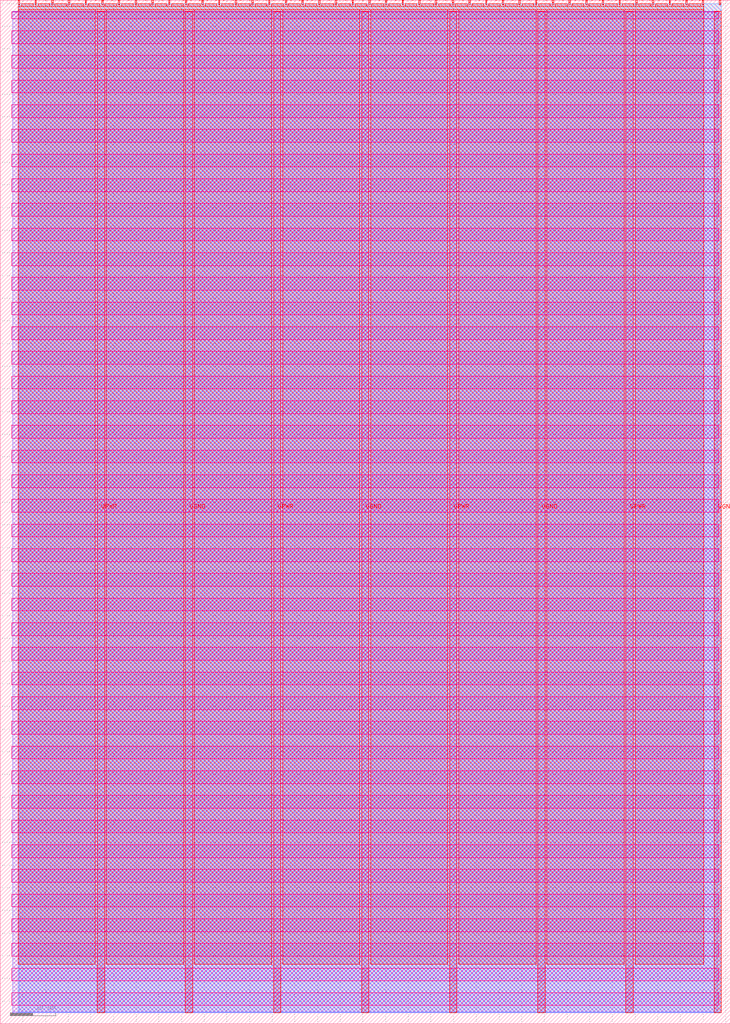
<source format=lef>
VERSION 5.7 ;
  NOWIREEXTENSIONATPIN ON ;
  DIVIDERCHAR "/" ;
  BUSBITCHARS "[]" ;
MACRO tt_um_thatoddmailbox
  CLASS BLOCK ;
  FOREIGN tt_um_thatoddmailbox ;
  ORIGIN 0.000 0.000 ;
  SIZE 161.000 BY 225.760 ;
  PIN VGND
    DIRECTION INOUT ;
    USE GROUND ;
    PORT
      LAYER met4 ;
        RECT 40.830 2.480 42.430 223.280 ;
    END
    PORT
      LAYER met4 ;
        RECT 79.700 2.480 81.300 223.280 ;
    END
    PORT
      LAYER met4 ;
        RECT 118.570 2.480 120.170 223.280 ;
    END
    PORT
      LAYER met4 ;
        RECT 157.440 2.480 159.040 223.280 ;
    END
  END VGND
  PIN VPWR
    DIRECTION INOUT ;
    USE POWER ;
    PORT
      LAYER met4 ;
        RECT 21.395 2.480 22.995 223.280 ;
    END
    PORT
      LAYER met4 ;
        RECT 60.265 2.480 61.865 223.280 ;
    END
    PORT
      LAYER met4 ;
        RECT 99.135 2.480 100.735 223.280 ;
    END
    PORT
      LAYER met4 ;
        RECT 138.005 2.480 139.605 223.280 ;
    END
  END VPWR
  PIN clk
    DIRECTION INPUT ;
    USE SIGNAL ;
    ANTENNAGATEAREA 0.852000 ;
    PORT
      LAYER met4 ;
        RECT 154.870 224.760 155.170 225.760 ;
    END
  END clk
  PIN ena
    DIRECTION INPUT ;
    USE SIGNAL ;
    PORT
      LAYER met4 ;
        RECT 158.550 224.760 158.850 225.760 ;
    END
  END ena
  PIN rst_n
    DIRECTION INPUT ;
    USE SIGNAL ;
    ANTENNAGATEAREA 0.159000 ;
    PORT
      LAYER met4 ;
        RECT 151.190 224.760 151.490 225.760 ;
    END
  END rst_n
  PIN ui_in[0]
    DIRECTION INPUT ;
    USE SIGNAL ;
    PORT
      LAYER met4 ;
        RECT 147.510 224.760 147.810 225.760 ;
    END
  END ui_in[0]
  PIN ui_in[1]
    DIRECTION INPUT ;
    USE SIGNAL ;
    PORT
      LAYER met4 ;
        RECT 143.830 224.760 144.130 225.760 ;
    END
  END ui_in[1]
  PIN ui_in[2]
    DIRECTION INPUT ;
    USE SIGNAL ;
    PORT
      LAYER met4 ;
        RECT 140.150 224.760 140.450 225.760 ;
    END
  END ui_in[2]
  PIN ui_in[3]
    DIRECTION INPUT ;
    USE SIGNAL ;
    PORT
      LAYER met4 ;
        RECT 136.470 224.760 136.770 225.760 ;
    END
  END ui_in[3]
  PIN ui_in[4]
    DIRECTION INPUT ;
    USE SIGNAL ;
    PORT
      LAYER met4 ;
        RECT 132.790 224.760 133.090 225.760 ;
    END
  END ui_in[4]
  PIN ui_in[5]
    DIRECTION INPUT ;
    USE SIGNAL ;
    PORT
      LAYER met4 ;
        RECT 129.110 224.760 129.410 225.760 ;
    END
  END ui_in[5]
  PIN ui_in[6]
    DIRECTION INPUT ;
    USE SIGNAL ;
    ANTENNAGATEAREA 0.213000 ;
    PORT
      LAYER met4 ;
        RECT 125.430 224.760 125.730 225.760 ;
    END
  END ui_in[6]
  PIN ui_in[7]
    DIRECTION INPUT ;
    USE SIGNAL ;
    ANTENNAGATEAREA 0.196500 ;
    PORT
      LAYER met4 ;
        RECT 121.750 224.760 122.050 225.760 ;
    END
  END ui_in[7]
  PIN uio_in[0]
    DIRECTION INPUT ;
    USE SIGNAL ;
    PORT
      LAYER met4 ;
        RECT 118.070 224.760 118.370 225.760 ;
    END
  END uio_in[0]
  PIN uio_in[1]
    DIRECTION INPUT ;
    USE SIGNAL ;
    PORT
      LAYER met4 ;
        RECT 114.390 224.760 114.690 225.760 ;
    END
  END uio_in[1]
  PIN uio_in[2]
    DIRECTION INPUT ;
    USE SIGNAL ;
    PORT
      LAYER met4 ;
        RECT 110.710 224.760 111.010 225.760 ;
    END
  END uio_in[2]
  PIN uio_in[3]
    DIRECTION INPUT ;
    USE SIGNAL ;
    PORT
      LAYER met4 ;
        RECT 107.030 224.760 107.330 225.760 ;
    END
  END uio_in[3]
  PIN uio_in[4]
    DIRECTION INPUT ;
    USE SIGNAL ;
    PORT
      LAYER met4 ;
        RECT 103.350 224.760 103.650 225.760 ;
    END
  END uio_in[4]
  PIN uio_in[5]
    DIRECTION INPUT ;
    USE SIGNAL ;
    PORT
      LAYER met4 ;
        RECT 99.670 224.760 99.970 225.760 ;
    END
  END uio_in[5]
  PIN uio_in[6]
    DIRECTION INPUT ;
    USE SIGNAL ;
    PORT
      LAYER met4 ;
        RECT 95.990 224.760 96.290 225.760 ;
    END
  END uio_in[6]
  PIN uio_in[7]
    DIRECTION INPUT ;
    USE SIGNAL ;
    PORT
      LAYER met4 ;
        RECT 92.310 224.760 92.610 225.760 ;
    END
  END uio_in[7]
  PIN uio_oe[0]
    DIRECTION OUTPUT TRISTATE ;
    USE SIGNAL ;
    PORT
      LAYER met4 ;
        RECT 29.750 224.760 30.050 225.760 ;
    END
  END uio_oe[0]
  PIN uio_oe[1]
    DIRECTION OUTPUT TRISTATE ;
    USE SIGNAL ;
    PORT
      LAYER met4 ;
        RECT 26.070 224.760 26.370 225.760 ;
    END
  END uio_oe[1]
  PIN uio_oe[2]
    DIRECTION OUTPUT TRISTATE ;
    USE SIGNAL ;
    PORT
      LAYER met4 ;
        RECT 22.390 224.760 22.690 225.760 ;
    END
  END uio_oe[2]
  PIN uio_oe[3]
    DIRECTION OUTPUT TRISTATE ;
    USE SIGNAL ;
    PORT
      LAYER met4 ;
        RECT 18.710 224.760 19.010 225.760 ;
    END
  END uio_oe[3]
  PIN uio_oe[4]
    DIRECTION OUTPUT TRISTATE ;
    USE SIGNAL ;
    PORT
      LAYER met4 ;
        RECT 15.030 224.760 15.330 225.760 ;
    END
  END uio_oe[4]
  PIN uio_oe[5]
    DIRECTION OUTPUT TRISTATE ;
    USE SIGNAL ;
    PORT
      LAYER met4 ;
        RECT 11.350 224.760 11.650 225.760 ;
    END
  END uio_oe[5]
  PIN uio_oe[6]
    DIRECTION OUTPUT TRISTATE ;
    USE SIGNAL ;
    PORT
      LAYER met4 ;
        RECT 7.670 224.760 7.970 225.760 ;
    END
  END uio_oe[6]
  PIN uio_oe[7]
    DIRECTION OUTPUT TRISTATE ;
    USE SIGNAL ;
    PORT
      LAYER met4 ;
        RECT 3.990 224.760 4.290 225.760 ;
    END
  END uio_oe[7]
  PIN uio_out[0]
    DIRECTION OUTPUT TRISTATE ;
    USE SIGNAL ;
    PORT
      LAYER met4 ;
        RECT 59.190 224.760 59.490 225.760 ;
    END
  END uio_out[0]
  PIN uio_out[1]
    DIRECTION OUTPUT TRISTATE ;
    USE SIGNAL ;
    PORT
      LAYER met4 ;
        RECT 55.510 224.760 55.810 225.760 ;
    END
  END uio_out[1]
  PIN uio_out[2]
    DIRECTION OUTPUT TRISTATE ;
    USE SIGNAL ;
    PORT
      LAYER met4 ;
        RECT 51.830 224.760 52.130 225.760 ;
    END
  END uio_out[2]
  PIN uio_out[3]
    DIRECTION OUTPUT TRISTATE ;
    USE SIGNAL ;
    PORT
      LAYER met4 ;
        RECT 48.150 224.760 48.450 225.760 ;
    END
  END uio_out[3]
  PIN uio_out[4]
    DIRECTION OUTPUT TRISTATE ;
    USE SIGNAL ;
    PORT
      LAYER met4 ;
        RECT 44.470 224.760 44.770 225.760 ;
    END
  END uio_out[4]
  PIN uio_out[5]
    DIRECTION OUTPUT TRISTATE ;
    USE SIGNAL ;
    PORT
      LAYER met4 ;
        RECT 40.790 224.760 41.090 225.760 ;
    END
  END uio_out[5]
  PIN uio_out[6]
    DIRECTION OUTPUT TRISTATE ;
    USE SIGNAL ;
    PORT
      LAYER met4 ;
        RECT 37.110 224.760 37.410 225.760 ;
    END
  END uio_out[6]
  PIN uio_out[7]
    DIRECTION OUTPUT TRISTATE ;
    USE SIGNAL ;
    PORT
      LAYER met4 ;
        RECT 33.430 224.760 33.730 225.760 ;
    END
  END uio_out[7]
  PIN uo_out[0]
    DIRECTION OUTPUT TRISTATE ;
    USE SIGNAL ;
    PORT
      LAYER met4 ;
        RECT 88.630 224.760 88.930 225.760 ;
    END
  END uo_out[0]
  PIN uo_out[1]
    DIRECTION OUTPUT TRISTATE ;
    USE SIGNAL ;
    PORT
      LAYER met4 ;
        RECT 84.950 224.760 85.250 225.760 ;
    END
  END uo_out[1]
  PIN uo_out[2]
    DIRECTION OUTPUT TRISTATE ;
    USE SIGNAL ;
    PORT
      LAYER met4 ;
        RECT 81.270 224.760 81.570 225.760 ;
    END
  END uo_out[2]
  PIN uo_out[3]
    DIRECTION OUTPUT TRISTATE ;
    USE SIGNAL ;
    ANTENNADIFFAREA 0.795200 ;
    PORT
      LAYER met4 ;
        RECT 77.590 224.760 77.890 225.760 ;
    END
  END uo_out[3]
  PIN uo_out[4]
    DIRECTION OUTPUT TRISTATE ;
    USE SIGNAL ;
    ANTENNADIFFAREA 0.445500 ;
    PORT
      LAYER met4 ;
        RECT 73.910 224.760 74.210 225.760 ;
    END
  END uo_out[4]
  PIN uo_out[5]
    DIRECTION OUTPUT TRISTATE ;
    USE SIGNAL ;
    ANTENNADIFFAREA 0.445500 ;
    PORT
      LAYER met4 ;
        RECT 70.230 224.760 70.530 225.760 ;
    END
  END uo_out[5]
  PIN uo_out[6]
    DIRECTION OUTPUT TRISTATE ;
    USE SIGNAL ;
    ANTENNADIFFAREA 0.795200 ;
    PORT
      LAYER met4 ;
        RECT 66.550 224.760 66.850 225.760 ;
    END
  END uo_out[6]
  PIN uo_out[7]
    DIRECTION OUTPUT TRISTATE ;
    USE SIGNAL ;
    ANTENNADIFFAREA 0.445500 ;
    PORT
      LAYER met4 ;
        RECT 62.870 224.760 63.170 225.760 ;
    END
  END uo_out[7]
  OBS
      LAYER nwell ;
        RECT 2.570 221.625 158.430 223.230 ;
        RECT 2.570 216.185 158.430 219.015 ;
        RECT 2.570 210.745 158.430 213.575 ;
        RECT 2.570 205.305 158.430 208.135 ;
        RECT 2.570 199.865 158.430 202.695 ;
        RECT 2.570 194.425 158.430 197.255 ;
        RECT 2.570 188.985 158.430 191.815 ;
        RECT 2.570 183.545 158.430 186.375 ;
        RECT 2.570 178.105 158.430 180.935 ;
        RECT 2.570 172.665 158.430 175.495 ;
        RECT 2.570 167.225 158.430 170.055 ;
        RECT 2.570 161.785 158.430 164.615 ;
        RECT 2.570 156.345 158.430 159.175 ;
        RECT 2.570 150.905 158.430 153.735 ;
        RECT 2.570 145.465 158.430 148.295 ;
        RECT 2.570 140.025 158.430 142.855 ;
        RECT 2.570 134.585 158.430 137.415 ;
        RECT 2.570 129.145 158.430 131.975 ;
        RECT 2.570 123.705 158.430 126.535 ;
        RECT 2.570 118.265 158.430 121.095 ;
        RECT 2.570 112.825 158.430 115.655 ;
        RECT 2.570 107.385 158.430 110.215 ;
        RECT 2.570 101.945 158.430 104.775 ;
        RECT 2.570 96.505 158.430 99.335 ;
        RECT 2.570 91.065 158.430 93.895 ;
        RECT 2.570 85.625 158.430 88.455 ;
        RECT 2.570 80.185 158.430 83.015 ;
        RECT 2.570 74.745 158.430 77.575 ;
        RECT 2.570 69.305 158.430 72.135 ;
        RECT 2.570 63.865 158.430 66.695 ;
        RECT 2.570 58.425 158.430 61.255 ;
        RECT 2.570 52.985 158.430 55.815 ;
        RECT 2.570 47.545 158.430 50.375 ;
        RECT 2.570 42.105 158.430 44.935 ;
        RECT 2.570 36.665 158.430 39.495 ;
        RECT 2.570 31.225 158.430 34.055 ;
        RECT 2.570 25.785 158.430 28.615 ;
        RECT 2.570 20.345 158.430 23.175 ;
        RECT 2.570 14.905 158.430 17.735 ;
        RECT 2.570 9.465 158.430 12.295 ;
        RECT 2.570 4.025 158.430 6.855 ;
      LAYER li1 ;
        RECT 2.760 2.635 158.240 223.125 ;
      LAYER met1 ;
        RECT 2.760 2.480 159.040 223.280 ;
      LAYER met2 ;
        RECT 4.230 2.535 159.010 224.925 ;
      LAYER met3 ;
        RECT 3.950 2.555 159.030 224.905 ;
      LAYER met4 ;
        RECT 4.690 224.360 7.270 224.905 ;
        RECT 8.370 224.360 10.950 224.905 ;
        RECT 12.050 224.360 14.630 224.905 ;
        RECT 15.730 224.360 18.310 224.905 ;
        RECT 19.410 224.360 21.990 224.905 ;
        RECT 23.090 224.360 25.670 224.905 ;
        RECT 26.770 224.360 29.350 224.905 ;
        RECT 30.450 224.360 33.030 224.905 ;
        RECT 34.130 224.360 36.710 224.905 ;
        RECT 37.810 224.360 40.390 224.905 ;
        RECT 41.490 224.360 44.070 224.905 ;
        RECT 45.170 224.360 47.750 224.905 ;
        RECT 48.850 224.360 51.430 224.905 ;
        RECT 52.530 224.360 55.110 224.905 ;
        RECT 56.210 224.360 58.790 224.905 ;
        RECT 59.890 224.360 62.470 224.905 ;
        RECT 63.570 224.360 66.150 224.905 ;
        RECT 67.250 224.360 69.830 224.905 ;
        RECT 70.930 224.360 73.510 224.905 ;
        RECT 74.610 224.360 77.190 224.905 ;
        RECT 78.290 224.360 80.870 224.905 ;
        RECT 81.970 224.360 84.550 224.905 ;
        RECT 85.650 224.360 88.230 224.905 ;
        RECT 89.330 224.360 91.910 224.905 ;
        RECT 93.010 224.360 95.590 224.905 ;
        RECT 96.690 224.360 99.270 224.905 ;
        RECT 100.370 224.360 102.950 224.905 ;
        RECT 104.050 224.360 106.630 224.905 ;
        RECT 107.730 224.360 110.310 224.905 ;
        RECT 111.410 224.360 113.990 224.905 ;
        RECT 115.090 224.360 117.670 224.905 ;
        RECT 118.770 224.360 121.350 224.905 ;
        RECT 122.450 224.360 125.030 224.905 ;
        RECT 126.130 224.360 128.710 224.905 ;
        RECT 129.810 224.360 132.390 224.905 ;
        RECT 133.490 224.360 136.070 224.905 ;
        RECT 137.170 224.360 139.750 224.905 ;
        RECT 140.850 224.360 143.430 224.905 ;
        RECT 144.530 224.360 147.110 224.905 ;
        RECT 148.210 224.360 150.790 224.905 ;
        RECT 151.890 224.360 154.470 224.905 ;
        RECT 3.975 223.680 155.185 224.360 ;
        RECT 3.975 13.095 20.995 223.680 ;
        RECT 23.395 13.095 40.430 223.680 ;
        RECT 42.830 13.095 59.865 223.680 ;
        RECT 62.265 13.095 79.300 223.680 ;
        RECT 81.700 13.095 98.735 223.680 ;
        RECT 101.135 13.095 118.170 223.680 ;
        RECT 120.570 13.095 137.605 223.680 ;
        RECT 140.005 13.095 155.185 223.680 ;
  END
END tt_um_thatoddmailbox
END LIBRARY


</source>
